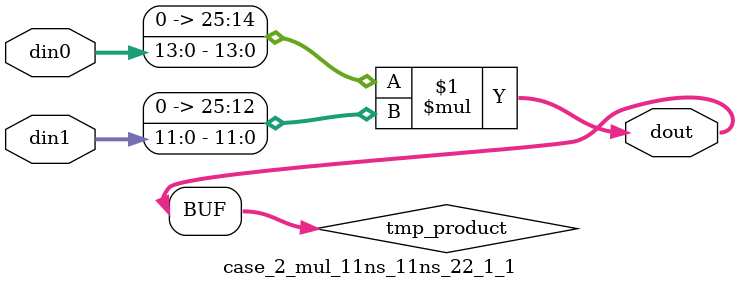
<source format=v>

`timescale 1 ns / 1 ps

 (* use_dsp = "no" *)  module case_2_mul_11ns_11ns_22_1_1(din0, din1, dout);
parameter ID = 1;
parameter NUM_STAGE = 0;
parameter din0_WIDTH = 14;
parameter din1_WIDTH = 12;
parameter dout_WIDTH = 26;

input [din0_WIDTH - 1 : 0] din0; 
input [din1_WIDTH - 1 : 0] din1; 
output [dout_WIDTH - 1 : 0] dout;

wire signed [dout_WIDTH - 1 : 0] tmp_product;
























assign tmp_product = $signed({1'b0, din0}) * $signed({1'b0, din1});











assign dout = tmp_product;





















endmodule

</source>
